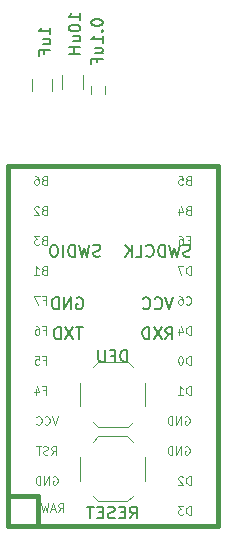
<source format=gbr>
G04 #@! TF.FileFunction,Legend,Bot*
%FSLAX46Y46*%
G04 Gerber Fmt 4.6, Leading zero omitted, Abs format (unit mm)*
G04 Created by KiCad (PCBNEW 4.0.7) date 04/06/18 18:53:26*
%MOMM*%
%LPD*%
G01*
G04 APERTURE LIST*
%ADD10C,0.100000*%
%ADD11C,0.200000*%
%ADD12C,0.120000*%
%ADD13C,0.381000*%
%ADD14C,0.150000*%
%ADD15C,0.203200*%
G04 APERTURE END LIST*
D10*
D11*
X108164047Y-130579762D02*
X108021190Y-130627381D01*
X107783094Y-130627381D01*
X107687856Y-130579762D01*
X107640237Y-130532143D01*
X107592618Y-130436905D01*
X107592618Y-130341667D01*
X107640237Y-130246429D01*
X107687856Y-130198810D01*
X107783094Y-130151190D01*
X107973571Y-130103571D01*
X108068809Y-130055952D01*
X108116428Y-130008333D01*
X108164047Y-129913095D01*
X108164047Y-129817857D01*
X108116428Y-129722619D01*
X108068809Y-129675000D01*
X107973571Y-129627381D01*
X107735475Y-129627381D01*
X107592618Y-129675000D01*
X107259285Y-129627381D02*
X107021190Y-130627381D01*
X106830713Y-129913095D01*
X106640237Y-130627381D01*
X106402142Y-129627381D01*
X106021190Y-130627381D02*
X106021190Y-129627381D01*
X105783095Y-129627381D01*
X105640237Y-129675000D01*
X105544999Y-129770238D01*
X105497380Y-129865476D01*
X105449761Y-130055952D01*
X105449761Y-130198810D01*
X105497380Y-130389286D01*
X105544999Y-130484524D01*
X105640237Y-130579762D01*
X105783095Y-130627381D01*
X106021190Y-130627381D01*
X105021190Y-130627381D02*
X105021190Y-129627381D01*
X104354524Y-129627381D02*
X104164047Y-129627381D01*
X104068809Y-129675000D01*
X103973571Y-129770238D01*
X103925952Y-129960714D01*
X103925952Y-130294048D01*
X103973571Y-130484524D01*
X104068809Y-130579762D01*
X104164047Y-130627381D01*
X104354524Y-130627381D01*
X104449762Y-130579762D01*
X104545000Y-130484524D01*
X104592619Y-130294048D01*
X104592619Y-129960714D01*
X104545000Y-129770238D01*
X104449762Y-129675000D01*
X104354524Y-129627381D01*
X115791905Y-130579762D02*
X115649048Y-130627381D01*
X115410952Y-130627381D01*
X115315714Y-130579762D01*
X115268095Y-130532143D01*
X115220476Y-130436905D01*
X115220476Y-130341667D01*
X115268095Y-130246429D01*
X115315714Y-130198810D01*
X115410952Y-130151190D01*
X115601429Y-130103571D01*
X115696667Y-130055952D01*
X115744286Y-130008333D01*
X115791905Y-129913095D01*
X115791905Y-129817857D01*
X115744286Y-129722619D01*
X115696667Y-129675000D01*
X115601429Y-129627381D01*
X115363333Y-129627381D01*
X115220476Y-129675000D01*
X114887143Y-129627381D02*
X114649048Y-130627381D01*
X114458571Y-129913095D01*
X114268095Y-130627381D01*
X114030000Y-129627381D01*
X113649048Y-130627381D02*
X113649048Y-129627381D01*
X113410953Y-129627381D01*
X113268095Y-129675000D01*
X113172857Y-129770238D01*
X113125238Y-129865476D01*
X113077619Y-130055952D01*
X113077619Y-130198810D01*
X113125238Y-130389286D01*
X113172857Y-130484524D01*
X113268095Y-130579762D01*
X113410953Y-130627381D01*
X113649048Y-130627381D01*
X112077619Y-130532143D02*
X112125238Y-130579762D01*
X112268095Y-130627381D01*
X112363333Y-130627381D01*
X112506191Y-130579762D01*
X112601429Y-130484524D01*
X112649048Y-130389286D01*
X112696667Y-130198810D01*
X112696667Y-130055952D01*
X112649048Y-129865476D01*
X112601429Y-129770238D01*
X112506191Y-129675000D01*
X112363333Y-129627381D01*
X112268095Y-129627381D01*
X112125238Y-129675000D01*
X112077619Y-129722619D01*
X111172857Y-130627381D02*
X111649048Y-130627381D01*
X111649048Y-129627381D01*
X110839524Y-130627381D02*
X110839524Y-129627381D01*
X110268095Y-130627381D02*
X110696667Y-130055952D01*
X110268095Y-129627381D02*
X110839524Y-130198810D01*
X106171904Y-134120000D02*
X106267142Y-134072381D01*
X106409999Y-134072381D01*
X106552857Y-134120000D01*
X106648095Y-134215238D01*
X106695714Y-134310476D01*
X106743333Y-134500952D01*
X106743333Y-134643810D01*
X106695714Y-134834286D01*
X106648095Y-134929524D01*
X106552857Y-135024762D01*
X106409999Y-135072381D01*
X106314761Y-135072381D01*
X106171904Y-135024762D01*
X106124285Y-134977143D01*
X106124285Y-134643810D01*
X106314761Y-134643810D01*
X105695714Y-135072381D02*
X105695714Y-134072381D01*
X105124285Y-135072381D01*
X105124285Y-134072381D01*
X104648095Y-135072381D02*
X104648095Y-134072381D01*
X104410000Y-134072381D01*
X104267142Y-134120000D01*
X104171904Y-134215238D01*
X104124285Y-134310476D01*
X104076666Y-134500952D01*
X104076666Y-134643810D01*
X104124285Y-134834286D01*
X104171904Y-134929524D01*
X104267142Y-135024762D01*
X104410000Y-135072381D01*
X104648095Y-135072381D01*
X114363333Y-134072381D02*
X114030000Y-135072381D01*
X113696666Y-134072381D01*
X112791904Y-134977143D02*
X112839523Y-135024762D01*
X112982380Y-135072381D01*
X113077618Y-135072381D01*
X113220476Y-135024762D01*
X113315714Y-134929524D01*
X113363333Y-134834286D01*
X113410952Y-134643810D01*
X113410952Y-134500952D01*
X113363333Y-134310476D01*
X113315714Y-134215238D01*
X113220476Y-134120000D01*
X113077618Y-134072381D01*
X112982380Y-134072381D01*
X112839523Y-134120000D01*
X112791904Y-134167619D01*
X111791904Y-134977143D02*
X111839523Y-135024762D01*
X111982380Y-135072381D01*
X112077618Y-135072381D01*
X112220476Y-135024762D01*
X112315714Y-134929524D01*
X112363333Y-134834286D01*
X112410952Y-134643810D01*
X112410952Y-134500952D01*
X112363333Y-134310476D01*
X112315714Y-134215238D01*
X112220476Y-134120000D01*
X112077618Y-134072381D01*
X111982380Y-134072381D01*
X111839523Y-134120000D01*
X111791904Y-134167619D01*
X106671905Y-136612381D02*
X106100476Y-136612381D01*
X106386191Y-137612381D02*
X106386191Y-136612381D01*
X105862381Y-136612381D02*
X105195714Y-137612381D01*
X105195714Y-136612381D02*
X105862381Y-137612381D01*
X104814762Y-137612381D02*
X104814762Y-136612381D01*
X104576667Y-136612381D01*
X104433809Y-136660000D01*
X104338571Y-136755238D01*
X104290952Y-136850476D01*
X104243333Y-137040952D01*
X104243333Y-137183810D01*
X104290952Y-137374286D01*
X104338571Y-137469524D01*
X104433809Y-137564762D01*
X104576667Y-137612381D01*
X104814762Y-137612381D01*
X113696666Y-137612381D02*
X114030000Y-137136190D01*
X114268095Y-137612381D02*
X114268095Y-136612381D01*
X113887142Y-136612381D01*
X113791904Y-136660000D01*
X113744285Y-136707619D01*
X113696666Y-136802857D01*
X113696666Y-136945714D01*
X113744285Y-137040952D01*
X113791904Y-137088571D01*
X113887142Y-137136190D01*
X114268095Y-137136190D01*
X113363333Y-136612381D02*
X112696666Y-137612381D01*
X112696666Y-136612381D02*
X113363333Y-137612381D01*
X112315714Y-137612381D02*
X112315714Y-136612381D01*
X112077619Y-136612381D01*
X111934761Y-136660000D01*
X111839523Y-136755238D01*
X111791904Y-136850476D01*
X111744285Y-137040952D01*
X111744285Y-137183810D01*
X111791904Y-137374286D01*
X111839523Y-137469524D01*
X111934761Y-137564762D01*
X112077619Y-137612381D01*
X112315714Y-137612381D01*
D12*
X107531500Y-139995000D02*
X107981500Y-139545000D01*
X110931500Y-139995000D02*
X110481500Y-139545000D01*
X110931500Y-144595000D02*
X110481500Y-145045000D01*
X107531500Y-144595000D02*
X107981500Y-145045000D01*
X111981500Y-143295000D02*
X111981500Y-141295000D01*
X107981500Y-139545000D02*
X110481500Y-139545000D01*
X106481500Y-143295000D02*
X106481500Y-141295000D01*
X107981500Y-145045000D02*
X110481500Y-145045000D01*
D13*
X118110000Y-153416000D02*
X100330000Y-153416000D01*
X100330000Y-153416000D02*
X100330000Y-122936000D01*
X100330000Y-122936000D02*
X118110000Y-122936000D01*
X118110000Y-122936000D02*
X118110000Y-153416000D01*
X102870000Y-153416000D02*
X102870000Y-150876000D01*
X102870000Y-150876000D02*
X100330000Y-150876000D01*
D12*
X102401000Y-116598000D02*
X102401000Y-115598000D01*
X104101000Y-115598000D02*
X104101000Y-116598000D01*
X107350000Y-116175000D02*
X107350000Y-116875000D01*
X108550000Y-116875000D02*
X108550000Y-116175000D01*
X106671000Y-116471000D02*
X106671000Y-115271000D01*
X104911000Y-115271000D02*
X104911000Y-116471000D01*
X110920000Y-150890000D02*
X110470000Y-151340000D01*
X107520000Y-150890000D02*
X107970000Y-151340000D01*
X107520000Y-146290000D02*
X107970000Y-145840000D01*
X110920000Y-146290000D02*
X110470000Y-145840000D01*
X106470000Y-147590000D02*
X106470000Y-149590000D01*
X110470000Y-151340000D02*
X107970000Y-151340000D01*
X111970000Y-147590000D02*
X111970000Y-149590000D01*
X110470000Y-145840000D02*
X107970000Y-145840000D01*
D14*
X110445786Y-139517381D02*
X110445786Y-138517381D01*
X110207691Y-138517381D01*
X110064833Y-138565000D01*
X109969595Y-138660238D01*
X109921976Y-138755476D01*
X109874357Y-138945952D01*
X109874357Y-139088810D01*
X109921976Y-139279286D01*
X109969595Y-139374524D01*
X110064833Y-139469762D01*
X110207691Y-139517381D01*
X110445786Y-139517381D01*
X109112452Y-138993571D02*
X109445786Y-138993571D01*
X109445786Y-139517381D02*
X109445786Y-138517381D01*
X108969595Y-138517381D01*
X108588643Y-138517381D02*
X108588643Y-139326905D01*
X108541024Y-139422143D01*
X108493405Y-139469762D01*
X108398167Y-139517381D01*
X108207690Y-139517381D01*
X108112452Y-139469762D01*
X108064833Y-139422143D01*
X108017214Y-139326905D01*
X108017214Y-138517381D01*
D15*
D10*
X115599333Y-124156000D02*
X115499333Y-124189333D01*
X115466000Y-124222667D01*
X115432666Y-124289333D01*
X115432666Y-124389333D01*
X115466000Y-124456000D01*
X115499333Y-124489333D01*
X115566000Y-124522667D01*
X115832666Y-124522667D01*
X115832666Y-123822667D01*
X115599333Y-123822667D01*
X115532666Y-123856000D01*
X115499333Y-123889333D01*
X115466000Y-123956000D01*
X115466000Y-124022667D01*
X115499333Y-124089333D01*
X115532666Y-124122667D01*
X115599333Y-124156000D01*
X115832666Y-124156000D01*
X114799333Y-123822667D02*
X115132666Y-123822667D01*
X115166000Y-124156000D01*
X115132666Y-124122667D01*
X115066000Y-124089333D01*
X114899333Y-124089333D01*
X114832666Y-124122667D01*
X114799333Y-124156000D01*
X114766000Y-124222667D01*
X114766000Y-124389333D01*
X114799333Y-124456000D01*
X114832666Y-124489333D01*
X114899333Y-124522667D01*
X115066000Y-124522667D01*
X115132666Y-124489333D01*
X115166000Y-124456000D01*
X115599333Y-126696000D02*
X115499333Y-126729333D01*
X115466000Y-126762667D01*
X115432666Y-126829333D01*
X115432666Y-126929333D01*
X115466000Y-126996000D01*
X115499333Y-127029333D01*
X115566000Y-127062667D01*
X115832666Y-127062667D01*
X115832666Y-126362667D01*
X115599333Y-126362667D01*
X115532666Y-126396000D01*
X115499333Y-126429333D01*
X115466000Y-126496000D01*
X115466000Y-126562667D01*
X115499333Y-126629333D01*
X115532666Y-126662667D01*
X115599333Y-126696000D01*
X115832666Y-126696000D01*
X114832666Y-126596000D02*
X114832666Y-127062667D01*
X114999333Y-126329333D02*
X115166000Y-126829333D01*
X114732666Y-126829333D01*
X115799333Y-129236000D02*
X115566000Y-129236000D01*
X115466000Y-129602667D02*
X115799333Y-129602667D01*
X115799333Y-128902667D01*
X115466000Y-128902667D01*
X114866000Y-128902667D02*
X114999334Y-128902667D01*
X115066000Y-128936000D01*
X115099334Y-128969333D01*
X115166000Y-129069333D01*
X115199334Y-129202667D01*
X115199334Y-129469333D01*
X115166000Y-129536000D01*
X115132667Y-129569333D01*
X115066000Y-129602667D01*
X114932667Y-129602667D01*
X114866000Y-129569333D01*
X114832667Y-129536000D01*
X114799334Y-129469333D01*
X114799334Y-129302667D01*
X114832667Y-129236000D01*
X114866000Y-129202667D01*
X114932667Y-129169333D01*
X115066000Y-129169333D01*
X115132667Y-129202667D01*
X115166000Y-129236000D01*
X115199334Y-129302667D01*
X115832666Y-132142667D02*
X115832666Y-131442667D01*
X115666000Y-131442667D01*
X115566000Y-131476000D01*
X115499333Y-131542667D01*
X115466000Y-131609333D01*
X115432666Y-131742667D01*
X115432666Y-131842667D01*
X115466000Y-131976000D01*
X115499333Y-132042667D01*
X115566000Y-132109333D01*
X115666000Y-132142667D01*
X115832666Y-132142667D01*
X115199333Y-131442667D02*
X114732666Y-131442667D01*
X115032666Y-132142667D01*
X115432666Y-134616000D02*
X115466000Y-134649333D01*
X115566000Y-134682667D01*
X115632666Y-134682667D01*
X115732666Y-134649333D01*
X115799333Y-134582667D01*
X115832666Y-134516000D01*
X115866000Y-134382667D01*
X115866000Y-134282667D01*
X115832666Y-134149333D01*
X115799333Y-134082667D01*
X115732666Y-134016000D01*
X115632666Y-133982667D01*
X115566000Y-133982667D01*
X115466000Y-134016000D01*
X115432666Y-134049333D01*
X114832666Y-133982667D02*
X114966000Y-133982667D01*
X115032666Y-134016000D01*
X115066000Y-134049333D01*
X115132666Y-134149333D01*
X115166000Y-134282667D01*
X115166000Y-134549333D01*
X115132666Y-134616000D01*
X115099333Y-134649333D01*
X115032666Y-134682667D01*
X114899333Y-134682667D01*
X114832666Y-134649333D01*
X114799333Y-134616000D01*
X114766000Y-134549333D01*
X114766000Y-134382667D01*
X114799333Y-134316000D01*
X114832666Y-134282667D01*
X114899333Y-134249333D01*
X115032666Y-134249333D01*
X115099333Y-134282667D01*
X115132666Y-134316000D01*
X115166000Y-134382667D01*
X115832666Y-137222667D02*
X115832666Y-136522667D01*
X115666000Y-136522667D01*
X115566000Y-136556000D01*
X115499333Y-136622667D01*
X115466000Y-136689333D01*
X115432666Y-136822667D01*
X115432666Y-136922667D01*
X115466000Y-137056000D01*
X115499333Y-137122667D01*
X115566000Y-137189333D01*
X115666000Y-137222667D01*
X115832666Y-137222667D01*
X114832666Y-136756000D02*
X114832666Y-137222667D01*
X114999333Y-136489333D02*
X115166000Y-136989333D01*
X114732666Y-136989333D01*
X115832666Y-139762667D02*
X115832666Y-139062667D01*
X115666000Y-139062667D01*
X115566000Y-139096000D01*
X115499333Y-139162667D01*
X115466000Y-139229333D01*
X115432666Y-139362667D01*
X115432666Y-139462667D01*
X115466000Y-139596000D01*
X115499333Y-139662667D01*
X115566000Y-139729333D01*
X115666000Y-139762667D01*
X115832666Y-139762667D01*
X114999333Y-139062667D02*
X114932666Y-139062667D01*
X114866000Y-139096000D01*
X114832666Y-139129333D01*
X114799333Y-139196000D01*
X114766000Y-139329333D01*
X114766000Y-139496000D01*
X114799333Y-139629333D01*
X114832666Y-139696000D01*
X114866000Y-139729333D01*
X114932666Y-139762667D01*
X114999333Y-139762667D01*
X115066000Y-139729333D01*
X115099333Y-139696000D01*
X115132666Y-139629333D01*
X115166000Y-139496000D01*
X115166000Y-139329333D01*
X115132666Y-139196000D01*
X115099333Y-139129333D01*
X115066000Y-139096000D01*
X114999333Y-139062667D01*
X115832666Y-142302667D02*
X115832666Y-141602667D01*
X115666000Y-141602667D01*
X115566000Y-141636000D01*
X115499333Y-141702667D01*
X115466000Y-141769333D01*
X115432666Y-141902667D01*
X115432666Y-142002667D01*
X115466000Y-142136000D01*
X115499333Y-142202667D01*
X115566000Y-142269333D01*
X115666000Y-142302667D01*
X115832666Y-142302667D01*
X114766000Y-142302667D02*
X115166000Y-142302667D01*
X114966000Y-142302667D02*
X114966000Y-141602667D01*
X115032666Y-141702667D01*
X115099333Y-141769333D01*
X115166000Y-141802667D01*
X115341333Y-144176000D02*
X115407999Y-144142667D01*
X115507999Y-144142667D01*
X115607999Y-144176000D01*
X115674666Y-144242667D01*
X115707999Y-144309333D01*
X115741333Y-144442667D01*
X115741333Y-144542667D01*
X115707999Y-144676000D01*
X115674666Y-144742667D01*
X115607999Y-144809333D01*
X115507999Y-144842667D01*
X115441333Y-144842667D01*
X115341333Y-144809333D01*
X115307999Y-144776000D01*
X115307999Y-144542667D01*
X115441333Y-144542667D01*
X115007999Y-144842667D02*
X115007999Y-144142667D01*
X114607999Y-144842667D01*
X114607999Y-144142667D01*
X114274666Y-144842667D02*
X114274666Y-144142667D01*
X114108000Y-144142667D01*
X114008000Y-144176000D01*
X113941333Y-144242667D01*
X113908000Y-144309333D01*
X113874666Y-144442667D01*
X113874666Y-144542667D01*
X113908000Y-144676000D01*
X113941333Y-144742667D01*
X114008000Y-144809333D01*
X114108000Y-144842667D01*
X114274666Y-144842667D01*
X115341333Y-146716000D02*
X115407999Y-146682667D01*
X115507999Y-146682667D01*
X115607999Y-146716000D01*
X115674666Y-146782667D01*
X115707999Y-146849333D01*
X115741333Y-146982667D01*
X115741333Y-147082667D01*
X115707999Y-147216000D01*
X115674666Y-147282667D01*
X115607999Y-147349333D01*
X115507999Y-147382667D01*
X115441333Y-147382667D01*
X115341333Y-147349333D01*
X115307999Y-147316000D01*
X115307999Y-147082667D01*
X115441333Y-147082667D01*
X115007999Y-147382667D02*
X115007999Y-146682667D01*
X114607999Y-147382667D01*
X114607999Y-146682667D01*
X114274666Y-147382667D02*
X114274666Y-146682667D01*
X114108000Y-146682667D01*
X114008000Y-146716000D01*
X113941333Y-146782667D01*
X113908000Y-146849333D01*
X113874666Y-146982667D01*
X113874666Y-147082667D01*
X113908000Y-147216000D01*
X113941333Y-147282667D01*
X114008000Y-147349333D01*
X114108000Y-147382667D01*
X114274666Y-147382667D01*
X115832666Y-149922667D02*
X115832666Y-149222667D01*
X115666000Y-149222667D01*
X115566000Y-149256000D01*
X115499333Y-149322667D01*
X115466000Y-149389333D01*
X115432666Y-149522667D01*
X115432666Y-149622667D01*
X115466000Y-149756000D01*
X115499333Y-149822667D01*
X115566000Y-149889333D01*
X115666000Y-149922667D01*
X115832666Y-149922667D01*
X115166000Y-149289333D02*
X115132666Y-149256000D01*
X115066000Y-149222667D01*
X114899333Y-149222667D01*
X114832666Y-149256000D01*
X114799333Y-149289333D01*
X114766000Y-149356000D01*
X114766000Y-149422667D01*
X114799333Y-149522667D01*
X115199333Y-149922667D01*
X114766000Y-149922667D01*
X115832666Y-152462667D02*
X115832666Y-151762667D01*
X115666000Y-151762667D01*
X115566000Y-151796000D01*
X115499333Y-151862667D01*
X115466000Y-151929333D01*
X115432666Y-152062667D01*
X115432666Y-152162667D01*
X115466000Y-152296000D01*
X115499333Y-152362667D01*
X115566000Y-152429333D01*
X115666000Y-152462667D01*
X115832666Y-152462667D01*
X115199333Y-151762667D02*
X114766000Y-151762667D01*
X114999333Y-152029333D01*
X114899333Y-152029333D01*
X114832666Y-152062667D01*
X114799333Y-152096000D01*
X114766000Y-152162667D01*
X114766000Y-152329333D01*
X114799333Y-152396000D01*
X114832666Y-152429333D01*
X114899333Y-152462667D01*
X115099333Y-152462667D01*
X115166000Y-152429333D01*
X115199333Y-152396000D01*
X103407333Y-124156000D02*
X103307333Y-124189333D01*
X103274000Y-124222667D01*
X103240666Y-124289333D01*
X103240666Y-124389333D01*
X103274000Y-124456000D01*
X103307333Y-124489333D01*
X103374000Y-124522667D01*
X103640666Y-124522667D01*
X103640666Y-123822667D01*
X103407333Y-123822667D01*
X103340666Y-123856000D01*
X103307333Y-123889333D01*
X103274000Y-123956000D01*
X103274000Y-124022667D01*
X103307333Y-124089333D01*
X103340666Y-124122667D01*
X103407333Y-124156000D01*
X103640666Y-124156000D01*
X102640666Y-123822667D02*
X102774000Y-123822667D01*
X102840666Y-123856000D01*
X102874000Y-123889333D01*
X102940666Y-123989333D01*
X102974000Y-124122667D01*
X102974000Y-124389333D01*
X102940666Y-124456000D01*
X102907333Y-124489333D01*
X102840666Y-124522667D01*
X102707333Y-124522667D01*
X102640666Y-124489333D01*
X102607333Y-124456000D01*
X102574000Y-124389333D01*
X102574000Y-124222667D01*
X102607333Y-124156000D01*
X102640666Y-124122667D01*
X102707333Y-124089333D01*
X102840666Y-124089333D01*
X102907333Y-124122667D01*
X102940666Y-124156000D01*
X102974000Y-124222667D01*
X103407333Y-126696000D02*
X103307333Y-126729333D01*
X103274000Y-126762667D01*
X103240666Y-126829333D01*
X103240666Y-126929333D01*
X103274000Y-126996000D01*
X103307333Y-127029333D01*
X103374000Y-127062667D01*
X103640666Y-127062667D01*
X103640666Y-126362667D01*
X103407333Y-126362667D01*
X103340666Y-126396000D01*
X103307333Y-126429333D01*
X103274000Y-126496000D01*
X103274000Y-126562667D01*
X103307333Y-126629333D01*
X103340666Y-126662667D01*
X103407333Y-126696000D01*
X103640666Y-126696000D01*
X102974000Y-126429333D02*
X102940666Y-126396000D01*
X102874000Y-126362667D01*
X102707333Y-126362667D01*
X102640666Y-126396000D01*
X102607333Y-126429333D01*
X102574000Y-126496000D01*
X102574000Y-126562667D01*
X102607333Y-126662667D01*
X103007333Y-127062667D01*
X102574000Y-127062667D01*
X103407333Y-129236000D02*
X103307333Y-129269333D01*
X103274000Y-129302667D01*
X103240666Y-129369333D01*
X103240666Y-129469333D01*
X103274000Y-129536000D01*
X103307333Y-129569333D01*
X103374000Y-129602667D01*
X103640666Y-129602667D01*
X103640666Y-128902667D01*
X103407333Y-128902667D01*
X103340666Y-128936000D01*
X103307333Y-128969333D01*
X103274000Y-129036000D01*
X103274000Y-129102667D01*
X103307333Y-129169333D01*
X103340666Y-129202667D01*
X103407333Y-129236000D01*
X103640666Y-129236000D01*
X103007333Y-128902667D02*
X102574000Y-128902667D01*
X102807333Y-129169333D01*
X102707333Y-129169333D01*
X102640666Y-129202667D01*
X102607333Y-129236000D01*
X102574000Y-129302667D01*
X102574000Y-129469333D01*
X102607333Y-129536000D01*
X102640666Y-129569333D01*
X102707333Y-129602667D01*
X102907333Y-129602667D01*
X102974000Y-129569333D01*
X103007333Y-129536000D01*
X103407333Y-131776000D02*
X103307333Y-131809333D01*
X103274000Y-131842667D01*
X103240666Y-131909333D01*
X103240666Y-132009333D01*
X103274000Y-132076000D01*
X103307333Y-132109333D01*
X103374000Y-132142667D01*
X103640666Y-132142667D01*
X103640666Y-131442667D01*
X103407333Y-131442667D01*
X103340666Y-131476000D01*
X103307333Y-131509333D01*
X103274000Y-131576000D01*
X103274000Y-131642667D01*
X103307333Y-131709333D01*
X103340666Y-131742667D01*
X103407333Y-131776000D01*
X103640666Y-131776000D01*
X102574000Y-132142667D02*
X102974000Y-132142667D01*
X102774000Y-132142667D02*
X102774000Y-131442667D01*
X102840666Y-131542667D01*
X102907333Y-131609333D01*
X102974000Y-131642667D01*
X103357333Y-136856000D02*
X103590666Y-136856000D01*
X103590666Y-137222667D02*
X103590666Y-136522667D01*
X103257333Y-136522667D01*
X102690666Y-136522667D02*
X102824000Y-136522667D01*
X102890666Y-136556000D01*
X102924000Y-136589333D01*
X102990666Y-136689333D01*
X103024000Y-136822667D01*
X103024000Y-137089333D01*
X102990666Y-137156000D01*
X102957333Y-137189333D01*
X102890666Y-137222667D01*
X102757333Y-137222667D01*
X102690666Y-137189333D01*
X102657333Y-137156000D01*
X102624000Y-137089333D01*
X102624000Y-136922667D01*
X102657333Y-136856000D01*
X102690666Y-136822667D01*
X102757333Y-136789333D01*
X102890666Y-136789333D01*
X102957333Y-136822667D01*
X102990666Y-136856000D01*
X103024000Y-136922667D01*
X103357333Y-134316000D02*
X103590666Y-134316000D01*
X103590666Y-134682667D02*
X103590666Y-133982667D01*
X103257333Y-133982667D01*
X103057333Y-133982667D02*
X102590666Y-133982667D01*
X102890666Y-134682667D01*
X103357333Y-139396000D02*
X103590666Y-139396000D01*
X103590666Y-139762667D02*
X103590666Y-139062667D01*
X103257333Y-139062667D01*
X102657333Y-139062667D02*
X102990666Y-139062667D01*
X103024000Y-139396000D01*
X102990666Y-139362667D01*
X102924000Y-139329333D01*
X102757333Y-139329333D01*
X102690666Y-139362667D01*
X102657333Y-139396000D01*
X102624000Y-139462667D01*
X102624000Y-139629333D01*
X102657333Y-139696000D01*
X102690666Y-139729333D01*
X102757333Y-139762667D01*
X102924000Y-139762667D01*
X102990666Y-139729333D01*
X103024000Y-139696000D01*
X103357333Y-141936000D02*
X103590666Y-141936000D01*
X103590666Y-142302667D02*
X103590666Y-141602667D01*
X103257333Y-141602667D01*
X102690666Y-141836000D02*
X102690666Y-142302667D01*
X102857333Y-141569333D02*
X103024000Y-142069333D01*
X102590666Y-142069333D01*
X104565333Y-144142667D02*
X104332000Y-144842667D01*
X104098667Y-144142667D01*
X103465333Y-144776000D02*
X103498667Y-144809333D01*
X103598667Y-144842667D01*
X103665333Y-144842667D01*
X103765333Y-144809333D01*
X103832000Y-144742667D01*
X103865333Y-144676000D01*
X103898667Y-144542667D01*
X103898667Y-144442667D01*
X103865333Y-144309333D01*
X103832000Y-144242667D01*
X103765333Y-144176000D01*
X103665333Y-144142667D01*
X103598667Y-144142667D01*
X103498667Y-144176000D01*
X103465333Y-144209333D01*
X102765333Y-144776000D02*
X102798667Y-144809333D01*
X102898667Y-144842667D01*
X102965333Y-144842667D01*
X103065333Y-144809333D01*
X103132000Y-144742667D01*
X103165333Y-144676000D01*
X103198667Y-144542667D01*
X103198667Y-144442667D01*
X103165333Y-144309333D01*
X103132000Y-144242667D01*
X103065333Y-144176000D01*
X102965333Y-144142667D01*
X102898667Y-144142667D01*
X102798667Y-144176000D01*
X102765333Y-144209333D01*
X104015333Y-147382667D02*
X104248667Y-147049333D01*
X104415333Y-147382667D02*
X104415333Y-146682667D01*
X104148667Y-146682667D01*
X104082000Y-146716000D01*
X104048667Y-146749333D01*
X104015333Y-146816000D01*
X104015333Y-146916000D01*
X104048667Y-146982667D01*
X104082000Y-147016000D01*
X104148667Y-147049333D01*
X104415333Y-147049333D01*
X103748667Y-147349333D02*
X103648667Y-147382667D01*
X103482000Y-147382667D01*
X103415333Y-147349333D01*
X103382000Y-147316000D01*
X103348667Y-147249333D01*
X103348667Y-147182667D01*
X103382000Y-147116000D01*
X103415333Y-147082667D01*
X103482000Y-147049333D01*
X103615333Y-147016000D01*
X103682000Y-146982667D01*
X103715333Y-146949333D01*
X103748667Y-146882667D01*
X103748667Y-146816000D01*
X103715333Y-146749333D01*
X103682000Y-146716000D01*
X103615333Y-146682667D01*
X103448667Y-146682667D01*
X103348667Y-146716000D01*
X103148666Y-146682667D02*
X102748666Y-146682667D01*
X102948666Y-147382667D02*
X102948666Y-146682667D01*
X104165333Y-149256000D02*
X104231999Y-149222667D01*
X104331999Y-149222667D01*
X104431999Y-149256000D01*
X104498666Y-149322667D01*
X104531999Y-149389333D01*
X104565333Y-149522667D01*
X104565333Y-149622667D01*
X104531999Y-149756000D01*
X104498666Y-149822667D01*
X104431999Y-149889333D01*
X104331999Y-149922667D01*
X104265333Y-149922667D01*
X104165333Y-149889333D01*
X104131999Y-149856000D01*
X104131999Y-149622667D01*
X104265333Y-149622667D01*
X103831999Y-149922667D02*
X103831999Y-149222667D01*
X103431999Y-149922667D01*
X103431999Y-149222667D01*
X103098666Y-149922667D02*
X103098666Y-149222667D01*
X102932000Y-149222667D01*
X102832000Y-149256000D01*
X102765333Y-149322667D01*
X102732000Y-149389333D01*
X102698666Y-149522667D01*
X102698666Y-149622667D01*
X102732000Y-149756000D01*
X102765333Y-149822667D01*
X102832000Y-149889333D01*
X102932000Y-149922667D01*
X103098666Y-149922667D01*
X104623333Y-152208667D02*
X104856667Y-151875333D01*
X105023333Y-152208667D02*
X105023333Y-151508667D01*
X104756667Y-151508667D01*
X104690000Y-151542000D01*
X104656667Y-151575333D01*
X104623333Y-151642000D01*
X104623333Y-151742000D01*
X104656667Y-151808667D01*
X104690000Y-151842000D01*
X104756667Y-151875333D01*
X105023333Y-151875333D01*
X104356667Y-152008667D02*
X104023333Y-152008667D01*
X104423333Y-152208667D02*
X104190000Y-151508667D01*
X103956667Y-152208667D01*
X103790000Y-151508667D02*
X103623333Y-152208667D01*
X103490000Y-151708667D01*
X103356667Y-152208667D01*
X103190000Y-151508667D01*
D14*
X103957381Y-111799762D02*
X103957381Y-111228333D01*
X103957381Y-111514047D02*
X102957381Y-111514047D01*
X103100238Y-111418809D01*
X103195476Y-111323571D01*
X103243095Y-111228333D01*
X103290714Y-112656905D02*
X103957381Y-112656905D01*
X103290714Y-112228333D02*
X103814524Y-112228333D01*
X103909762Y-112275952D01*
X103957381Y-112371190D01*
X103957381Y-112514048D01*
X103909762Y-112609286D01*
X103862143Y-112656905D01*
X103433571Y-113466429D02*
X103433571Y-113133095D01*
X103957381Y-113133095D02*
X102957381Y-113133095D01*
X102957381Y-113609286D01*
X107402381Y-110752143D02*
X107402381Y-110847382D01*
X107450000Y-110942620D01*
X107497619Y-110990239D01*
X107592857Y-111037858D01*
X107783333Y-111085477D01*
X108021429Y-111085477D01*
X108211905Y-111037858D01*
X108307143Y-110990239D01*
X108354762Y-110942620D01*
X108402381Y-110847382D01*
X108402381Y-110752143D01*
X108354762Y-110656905D01*
X108307143Y-110609286D01*
X108211905Y-110561667D01*
X108021429Y-110514048D01*
X107783333Y-110514048D01*
X107592857Y-110561667D01*
X107497619Y-110609286D01*
X107450000Y-110656905D01*
X107402381Y-110752143D01*
X108307143Y-111514048D02*
X108354762Y-111561667D01*
X108402381Y-111514048D01*
X108354762Y-111466429D01*
X108307143Y-111514048D01*
X108402381Y-111514048D01*
X108402381Y-112514048D02*
X108402381Y-111942619D01*
X108402381Y-112228333D02*
X107402381Y-112228333D01*
X107545238Y-112133095D01*
X107640476Y-112037857D01*
X107688095Y-111942619D01*
X107735714Y-113371191D02*
X108402381Y-113371191D01*
X107735714Y-112942619D02*
X108259524Y-112942619D01*
X108354762Y-112990238D01*
X108402381Y-113085476D01*
X108402381Y-113228334D01*
X108354762Y-113323572D01*
X108307143Y-113371191D01*
X107878571Y-114180715D02*
X107878571Y-113847381D01*
X108402381Y-113847381D02*
X107402381Y-113847381D01*
X107402381Y-114323572D01*
X106497381Y-110593334D02*
X106497381Y-110021905D01*
X106497381Y-110307619D02*
X105497381Y-110307619D01*
X105640238Y-110212381D01*
X105735476Y-110117143D01*
X105783095Y-110021905D01*
X105497381Y-111212381D02*
X105497381Y-111307620D01*
X105545000Y-111402858D01*
X105592619Y-111450477D01*
X105687857Y-111498096D01*
X105878333Y-111545715D01*
X106116429Y-111545715D01*
X106306905Y-111498096D01*
X106402143Y-111450477D01*
X106449762Y-111402858D01*
X106497381Y-111307620D01*
X106497381Y-111212381D01*
X106449762Y-111117143D01*
X106402143Y-111069524D01*
X106306905Y-111021905D01*
X106116429Y-110974286D01*
X105878333Y-110974286D01*
X105687857Y-111021905D01*
X105592619Y-111069524D01*
X105545000Y-111117143D01*
X105497381Y-111212381D01*
X105830714Y-112402858D02*
X106497381Y-112402858D01*
X105830714Y-111974286D02*
X106354524Y-111974286D01*
X106449762Y-112021905D01*
X106497381Y-112117143D01*
X106497381Y-112260001D01*
X106449762Y-112355239D01*
X106402143Y-112402858D01*
X106497381Y-112879048D02*
X105497381Y-112879048D01*
X105973571Y-112879048D02*
X105973571Y-113450477D01*
X106497381Y-113450477D02*
X105497381Y-113450477D01*
X110672381Y-152792381D02*
X111005715Y-152316190D01*
X111243810Y-152792381D02*
X111243810Y-151792381D01*
X110862857Y-151792381D01*
X110767619Y-151840000D01*
X110720000Y-151887619D01*
X110672381Y-151982857D01*
X110672381Y-152125714D01*
X110720000Y-152220952D01*
X110767619Y-152268571D01*
X110862857Y-152316190D01*
X111243810Y-152316190D01*
X110243810Y-152268571D02*
X109910476Y-152268571D01*
X109767619Y-152792381D02*
X110243810Y-152792381D01*
X110243810Y-151792381D01*
X109767619Y-151792381D01*
X109386667Y-152744762D02*
X109243810Y-152792381D01*
X109005714Y-152792381D01*
X108910476Y-152744762D01*
X108862857Y-152697143D01*
X108815238Y-152601905D01*
X108815238Y-152506667D01*
X108862857Y-152411429D01*
X108910476Y-152363810D01*
X109005714Y-152316190D01*
X109196191Y-152268571D01*
X109291429Y-152220952D01*
X109339048Y-152173333D01*
X109386667Y-152078095D01*
X109386667Y-151982857D01*
X109339048Y-151887619D01*
X109291429Y-151840000D01*
X109196191Y-151792381D01*
X108958095Y-151792381D01*
X108815238Y-151840000D01*
X108386667Y-152268571D02*
X108053333Y-152268571D01*
X107910476Y-152792381D02*
X108386667Y-152792381D01*
X108386667Y-151792381D01*
X107910476Y-151792381D01*
X107624762Y-151792381D02*
X107053333Y-151792381D01*
X107339048Y-152792381D02*
X107339048Y-151792381D01*
M02*

</source>
